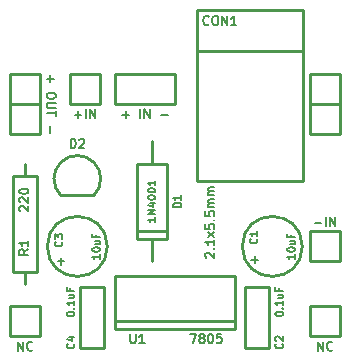
<source format=gto>
G04 (created by PCBNEW (22-Jun-2014 BZR 4027)-stable) date Sun 09 Jul 2017 03:17:53 PM CDT*
%MOIN*%
G04 Gerber Fmt 3.4, Leading zero omitted, Abs format*
%FSLAX34Y34*%
G01*
G70*
G90*
G04 APERTURE LIST*
%ADD10C,0.00590551*%
%ADD11C,0.006*%
%ADD12C,0.01*%
%ADD13C,0.005*%
G04 APERTURE END LIST*
G54D10*
G54D11*
X97342Y-41042D02*
X97342Y-41271D01*
X97228Y-41157D02*
X97457Y-41157D01*
X97528Y-41700D02*
X97528Y-41757D01*
X97514Y-41785D01*
X97485Y-41814D01*
X97428Y-41828D01*
X97328Y-41828D01*
X97271Y-41814D01*
X97242Y-41785D01*
X97228Y-41757D01*
X97228Y-41700D01*
X97242Y-41671D01*
X97271Y-41642D01*
X97328Y-41628D01*
X97428Y-41628D01*
X97485Y-41642D01*
X97514Y-41671D01*
X97528Y-41700D01*
X97528Y-41957D02*
X97285Y-41957D01*
X97257Y-41971D01*
X97242Y-41985D01*
X97228Y-42014D01*
X97228Y-42071D01*
X97242Y-42100D01*
X97257Y-42114D01*
X97285Y-42128D01*
X97528Y-42128D01*
X97528Y-42228D02*
X97528Y-42400D01*
X97228Y-42314D02*
X97528Y-42314D01*
X97342Y-42728D02*
X97342Y-42957D01*
X96264Y-50221D02*
X96264Y-49921D01*
X96435Y-50221D01*
X96435Y-49921D01*
X96750Y-50192D02*
X96735Y-50207D01*
X96692Y-50221D01*
X96664Y-50221D01*
X96621Y-50207D01*
X96592Y-50178D01*
X96578Y-50150D01*
X96564Y-50092D01*
X96564Y-50050D01*
X96578Y-49992D01*
X96592Y-49964D01*
X96621Y-49935D01*
X96664Y-49921D01*
X96692Y-49921D01*
X96735Y-49935D01*
X96750Y-49950D01*
X106264Y-50221D02*
X106264Y-49921D01*
X106435Y-50221D01*
X106435Y-49921D01*
X106750Y-50192D02*
X106735Y-50207D01*
X106692Y-50221D01*
X106664Y-50221D01*
X106621Y-50207D01*
X106592Y-50178D01*
X106578Y-50150D01*
X106564Y-50092D01*
X106564Y-50050D01*
X106578Y-49992D01*
X106592Y-49964D01*
X106621Y-49935D01*
X106664Y-49921D01*
X106692Y-49921D01*
X106735Y-49935D01*
X106750Y-49950D01*
X106157Y-45957D02*
X106385Y-45957D01*
X106528Y-46071D02*
X106528Y-45771D01*
X106671Y-46071D02*
X106671Y-45771D01*
X106842Y-46071D01*
X106842Y-45771D01*
X99742Y-42357D02*
X99971Y-42357D01*
X99857Y-42471D02*
X99857Y-42242D01*
X100342Y-42471D02*
X100342Y-42171D01*
X100485Y-42471D02*
X100485Y-42171D01*
X100657Y-42471D01*
X100657Y-42171D01*
X101028Y-42357D02*
X101257Y-42357D01*
X98157Y-42357D02*
X98385Y-42357D01*
X98271Y-42471D02*
X98271Y-42242D01*
X98528Y-42471D02*
X98528Y-42171D01*
X98671Y-42471D02*
X98671Y-42171D01*
X98842Y-42471D01*
X98842Y-42171D01*
G54D12*
X103500Y-49250D02*
X103500Y-49500D01*
X103500Y-49500D02*
X99500Y-49500D01*
X99500Y-49500D02*
X99500Y-49250D01*
X103500Y-47750D02*
X103500Y-49250D01*
X103500Y-49250D02*
X99500Y-49250D01*
X99500Y-49250D02*
X99500Y-47750D01*
X99500Y-47750D02*
X103500Y-47750D01*
X99500Y-41000D02*
X101500Y-41000D01*
X101500Y-41000D02*
X101500Y-42000D01*
X101500Y-42000D02*
X99500Y-42000D01*
X99500Y-42000D02*
X99500Y-41000D01*
X98000Y-42000D02*
X99000Y-42000D01*
X98000Y-41000D02*
X99000Y-41000D01*
X98000Y-42000D02*
X98000Y-41000D01*
X99000Y-41000D02*
X99000Y-42000D01*
X106000Y-47250D02*
X107000Y-47250D01*
X106000Y-46250D02*
X107000Y-46250D01*
X106000Y-47250D02*
X106000Y-46250D01*
X107000Y-46250D02*
X107000Y-47250D01*
X96000Y-42000D02*
X97000Y-42000D01*
X96000Y-41000D02*
X97000Y-41000D01*
X96000Y-42000D02*
X96000Y-41000D01*
X97000Y-41000D02*
X97000Y-42000D01*
X96000Y-43000D02*
X97000Y-43000D01*
X96000Y-42000D02*
X97000Y-42000D01*
X96000Y-43000D02*
X96000Y-42000D01*
X97000Y-42000D02*
X97000Y-43000D01*
X96000Y-49750D02*
X97000Y-49750D01*
X96000Y-48750D02*
X97000Y-48750D01*
X96000Y-49750D02*
X96000Y-48750D01*
X97000Y-48750D02*
X97000Y-49750D01*
X106000Y-49750D02*
X107000Y-49750D01*
X106000Y-48750D02*
X107000Y-48750D01*
X106000Y-49750D02*
X106000Y-48750D01*
X107000Y-48750D02*
X107000Y-49750D01*
X96500Y-48000D02*
X96500Y-47600D01*
X96500Y-47600D02*
X96100Y-47600D01*
X96100Y-47600D02*
X96100Y-44400D01*
X96100Y-44400D02*
X96900Y-44400D01*
X96900Y-44400D02*
X96900Y-47600D01*
X96900Y-47600D02*
X96500Y-47600D01*
X96500Y-44000D02*
X96500Y-44400D01*
X98801Y-45051D02*
X97698Y-45051D01*
X97698Y-43948D02*
G75*
G03X97698Y-45051I551J-551D01*
G74*
G01*
X98801Y-43948D02*
G75*
G03X97698Y-43948I-551J-551D01*
G74*
G01*
X98801Y-45051D02*
G75*
G03X98801Y-43948I-551J551D01*
G74*
G01*
X100750Y-43250D02*
X100750Y-44000D01*
X100750Y-46500D02*
X100750Y-47250D01*
X101250Y-46250D02*
X100250Y-46250D01*
X100250Y-44000D02*
X100250Y-46500D01*
X101250Y-44000D02*
X100250Y-44000D01*
X101250Y-46500D02*
X100250Y-46500D01*
X101250Y-44000D02*
X101250Y-46500D01*
X103850Y-48100D02*
X103850Y-50150D01*
X104650Y-48100D02*
X104650Y-50150D01*
X104650Y-50150D02*
X103850Y-50150D01*
X103850Y-48100D02*
X104650Y-48100D01*
X98350Y-48100D02*
X98350Y-50150D01*
X99150Y-48100D02*
X99150Y-50150D01*
X99150Y-50150D02*
X98350Y-50150D01*
X98350Y-48100D02*
X99150Y-48100D01*
X105772Y-40235D02*
X102228Y-40235D01*
X105772Y-38857D02*
X102228Y-38857D01*
X102228Y-38857D02*
X102228Y-44566D01*
X102228Y-44566D02*
X105772Y-44566D01*
X105772Y-44566D02*
X105772Y-38857D01*
X106000Y-42000D02*
X107000Y-42000D01*
X106000Y-41000D02*
X107000Y-41000D01*
X106000Y-42000D02*
X106000Y-41000D01*
X107000Y-41000D02*
X107000Y-42000D01*
X106000Y-43000D02*
X107000Y-43000D01*
X106000Y-42000D02*
X107000Y-42000D01*
X106000Y-43000D02*
X106000Y-42000D01*
X107000Y-42000D02*
X107000Y-43000D01*
X105750Y-46750D02*
G75*
G03X105750Y-46750I-1000J0D01*
G74*
G01*
X99250Y-46750D02*
G75*
G03X99250Y-46750I-1000J0D01*
G74*
G01*
G54D11*
X100021Y-49671D02*
X100021Y-49914D01*
X100035Y-49942D01*
X100050Y-49957D01*
X100078Y-49971D01*
X100135Y-49971D01*
X100164Y-49957D01*
X100178Y-49942D01*
X100192Y-49914D01*
X100192Y-49671D01*
X100492Y-49971D02*
X100321Y-49971D01*
X100407Y-49971D02*
X100407Y-49671D01*
X100378Y-49714D01*
X100350Y-49742D01*
X100321Y-49757D01*
X102021Y-49671D02*
X102221Y-49671D01*
X102092Y-49971D01*
X102378Y-49800D02*
X102350Y-49785D01*
X102335Y-49771D01*
X102321Y-49742D01*
X102321Y-49728D01*
X102335Y-49700D01*
X102350Y-49685D01*
X102378Y-49671D01*
X102435Y-49671D01*
X102464Y-49685D01*
X102478Y-49700D01*
X102492Y-49728D01*
X102492Y-49742D01*
X102478Y-49771D01*
X102464Y-49785D01*
X102435Y-49800D01*
X102378Y-49800D01*
X102350Y-49814D01*
X102335Y-49828D01*
X102321Y-49857D01*
X102321Y-49914D01*
X102335Y-49942D01*
X102350Y-49957D01*
X102378Y-49971D01*
X102435Y-49971D01*
X102464Y-49957D01*
X102478Y-49942D01*
X102492Y-49914D01*
X102492Y-49857D01*
X102478Y-49828D01*
X102464Y-49814D01*
X102435Y-49800D01*
X102678Y-49671D02*
X102707Y-49671D01*
X102735Y-49685D01*
X102750Y-49700D01*
X102764Y-49728D01*
X102778Y-49785D01*
X102778Y-49857D01*
X102764Y-49914D01*
X102750Y-49942D01*
X102735Y-49957D01*
X102707Y-49971D01*
X102678Y-49971D01*
X102650Y-49957D01*
X102635Y-49942D01*
X102621Y-49914D01*
X102607Y-49857D01*
X102607Y-49785D01*
X102621Y-49728D01*
X102635Y-49700D01*
X102650Y-49685D01*
X102678Y-49671D01*
X103050Y-49671D02*
X102907Y-49671D01*
X102892Y-49814D01*
X102907Y-49800D01*
X102935Y-49785D01*
X103007Y-49785D01*
X103035Y-49800D01*
X103050Y-49814D01*
X103064Y-49842D01*
X103064Y-49914D01*
X103050Y-49942D01*
X103035Y-49957D01*
X103007Y-49971D01*
X102935Y-49971D01*
X102907Y-49957D01*
X102892Y-49942D01*
X96621Y-46850D02*
X96478Y-46950D01*
X96621Y-47021D02*
X96321Y-47021D01*
X96321Y-46907D01*
X96335Y-46878D01*
X96350Y-46864D01*
X96378Y-46850D01*
X96421Y-46850D01*
X96450Y-46864D01*
X96464Y-46878D01*
X96478Y-46907D01*
X96478Y-47021D01*
X96621Y-46564D02*
X96621Y-46735D01*
X96621Y-46650D02*
X96321Y-46650D01*
X96364Y-46678D01*
X96392Y-46707D01*
X96407Y-46735D01*
X96350Y-45571D02*
X96335Y-45557D01*
X96321Y-45528D01*
X96321Y-45457D01*
X96335Y-45428D01*
X96350Y-45414D01*
X96378Y-45400D01*
X96407Y-45400D01*
X96450Y-45414D01*
X96621Y-45585D01*
X96621Y-45400D01*
X96350Y-45285D02*
X96335Y-45271D01*
X96321Y-45242D01*
X96321Y-45171D01*
X96335Y-45142D01*
X96350Y-45128D01*
X96378Y-45114D01*
X96407Y-45114D01*
X96450Y-45128D01*
X96621Y-45300D01*
X96621Y-45114D01*
X96321Y-44928D02*
X96321Y-44900D01*
X96335Y-44871D01*
X96350Y-44857D01*
X96378Y-44842D01*
X96435Y-44828D01*
X96507Y-44828D01*
X96564Y-44842D01*
X96592Y-44857D01*
X96607Y-44871D01*
X96621Y-44900D01*
X96621Y-44928D01*
X96607Y-44957D01*
X96592Y-44971D01*
X96564Y-44985D01*
X96507Y-45000D01*
X96435Y-45000D01*
X96378Y-44985D01*
X96350Y-44971D01*
X96335Y-44957D01*
X96321Y-44928D01*
X98028Y-43471D02*
X98028Y-43171D01*
X98100Y-43171D01*
X98142Y-43185D01*
X98171Y-43214D01*
X98185Y-43242D01*
X98200Y-43300D01*
X98200Y-43342D01*
X98185Y-43400D01*
X98171Y-43428D01*
X98142Y-43457D01*
X98100Y-43471D01*
X98028Y-43471D01*
X98314Y-43200D02*
X98328Y-43185D01*
X98357Y-43171D01*
X98428Y-43171D01*
X98457Y-43185D01*
X98471Y-43200D01*
X98485Y-43228D01*
X98485Y-43257D01*
X98471Y-43300D01*
X98300Y-43471D01*
X98485Y-43471D01*
G54D13*
X101701Y-45434D02*
X101451Y-45434D01*
X101451Y-45375D01*
X101463Y-45339D01*
X101486Y-45315D01*
X101510Y-45303D01*
X101558Y-45291D01*
X101594Y-45291D01*
X101641Y-45303D01*
X101665Y-45315D01*
X101689Y-45339D01*
X101701Y-45375D01*
X101701Y-45434D01*
X101701Y-45053D02*
X101701Y-45196D01*
X101701Y-45125D02*
X101451Y-45125D01*
X101486Y-45148D01*
X101510Y-45172D01*
X101522Y-45196D01*
X100851Y-45785D02*
X100851Y-45928D01*
X100851Y-45857D02*
X100601Y-45857D01*
X100636Y-45880D01*
X100660Y-45904D01*
X100672Y-45928D01*
X100851Y-45678D02*
X100601Y-45678D01*
X100851Y-45535D01*
X100601Y-45535D01*
X100684Y-45309D02*
X100851Y-45309D01*
X100589Y-45369D02*
X100767Y-45428D01*
X100767Y-45273D01*
X100601Y-45130D02*
X100601Y-45107D01*
X100613Y-45083D01*
X100625Y-45071D01*
X100648Y-45059D01*
X100696Y-45047D01*
X100755Y-45047D01*
X100803Y-45059D01*
X100827Y-45071D01*
X100839Y-45083D01*
X100851Y-45107D01*
X100851Y-45130D01*
X100839Y-45154D01*
X100827Y-45166D01*
X100803Y-45178D01*
X100755Y-45190D01*
X100696Y-45190D01*
X100648Y-45178D01*
X100625Y-45166D01*
X100613Y-45154D01*
X100601Y-45130D01*
X100601Y-44892D02*
X100601Y-44869D01*
X100613Y-44845D01*
X100625Y-44833D01*
X100648Y-44821D01*
X100696Y-44809D01*
X100755Y-44809D01*
X100803Y-44821D01*
X100827Y-44833D01*
X100839Y-44845D01*
X100851Y-44869D01*
X100851Y-44892D01*
X100839Y-44916D01*
X100827Y-44928D01*
X100803Y-44940D01*
X100755Y-44952D01*
X100696Y-44952D01*
X100648Y-44940D01*
X100625Y-44928D01*
X100613Y-44916D01*
X100601Y-44892D01*
X100851Y-44571D02*
X100851Y-44714D01*
X100851Y-44642D02*
X100601Y-44642D01*
X100636Y-44666D01*
X100660Y-44690D01*
X100672Y-44714D01*
X105077Y-49991D02*
X105089Y-50003D01*
X105101Y-50039D01*
X105101Y-50063D01*
X105089Y-50098D01*
X105065Y-50122D01*
X105041Y-50134D01*
X104994Y-50146D01*
X104958Y-50146D01*
X104910Y-50134D01*
X104886Y-50122D01*
X104863Y-50098D01*
X104851Y-50063D01*
X104851Y-50039D01*
X104863Y-50003D01*
X104875Y-49991D01*
X104875Y-49896D02*
X104863Y-49884D01*
X104851Y-49860D01*
X104851Y-49801D01*
X104863Y-49777D01*
X104875Y-49765D01*
X104898Y-49753D01*
X104922Y-49753D01*
X104958Y-49765D01*
X105101Y-49908D01*
X105101Y-49753D01*
X104851Y-49010D02*
X104851Y-48986D01*
X104863Y-48963D01*
X104875Y-48951D01*
X104898Y-48939D01*
X104946Y-48927D01*
X105005Y-48927D01*
X105053Y-48939D01*
X105077Y-48951D01*
X105089Y-48963D01*
X105101Y-48986D01*
X105101Y-49010D01*
X105089Y-49034D01*
X105077Y-49046D01*
X105053Y-49058D01*
X105005Y-49070D01*
X104946Y-49070D01*
X104898Y-49058D01*
X104875Y-49046D01*
X104863Y-49034D01*
X104851Y-49010D01*
X105077Y-48820D02*
X105089Y-48808D01*
X105101Y-48820D01*
X105089Y-48832D01*
X105077Y-48820D01*
X105101Y-48820D01*
X105101Y-48570D02*
X105101Y-48713D01*
X105101Y-48641D02*
X104851Y-48641D01*
X104886Y-48665D01*
X104910Y-48689D01*
X104922Y-48713D01*
X104934Y-48355D02*
X105101Y-48355D01*
X104934Y-48463D02*
X105065Y-48463D01*
X105089Y-48451D01*
X105101Y-48427D01*
X105101Y-48391D01*
X105089Y-48367D01*
X105077Y-48355D01*
X104970Y-48153D02*
X104970Y-48236D01*
X105101Y-48236D02*
X104851Y-48236D01*
X104851Y-48117D01*
X98127Y-49991D02*
X98139Y-50003D01*
X98151Y-50039D01*
X98151Y-50063D01*
X98139Y-50098D01*
X98115Y-50122D01*
X98091Y-50134D01*
X98044Y-50146D01*
X98008Y-50146D01*
X97960Y-50134D01*
X97936Y-50122D01*
X97913Y-50098D01*
X97901Y-50063D01*
X97901Y-50039D01*
X97913Y-50003D01*
X97925Y-49991D01*
X97984Y-49777D02*
X98151Y-49777D01*
X97889Y-49836D02*
X98067Y-49896D01*
X98067Y-49741D01*
X97901Y-49010D02*
X97901Y-48986D01*
X97913Y-48963D01*
X97925Y-48951D01*
X97948Y-48939D01*
X97996Y-48927D01*
X98055Y-48927D01*
X98103Y-48939D01*
X98127Y-48951D01*
X98139Y-48963D01*
X98151Y-48986D01*
X98151Y-49010D01*
X98139Y-49034D01*
X98127Y-49046D01*
X98103Y-49058D01*
X98055Y-49070D01*
X97996Y-49070D01*
X97948Y-49058D01*
X97925Y-49046D01*
X97913Y-49034D01*
X97901Y-49010D01*
X98127Y-48820D02*
X98139Y-48808D01*
X98151Y-48820D01*
X98139Y-48832D01*
X98127Y-48820D01*
X98151Y-48820D01*
X98151Y-48570D02*
X98151Y-48713D01*
X98151Y-48641D02*
X97901Y-48641D01*
X97936Y-48665D01*
X97960Y-48689D01*
X97972Y-48713D01*
X97984Y-48355D02*
X98151Y-48355D01*
X97984Y-48463D02*
X98115Y-48463D01*
X98139Y-48451D01*
X98151Y-48427D01*
X98151Y-48391D01*
X98139Y-48367D01*
X98127Y-48355D01*
X98020Y-48153D02*
X98020Y-48236D01*
X98151Y-48236D02*
X97901Y-48236D01*
X97901Y-48117D01*
G54D11*
X102635Y-39342D02*
X102621Y-39357D01*
X102578Y-39371D01*
X102550Y-39371D01*
X102507Y-39357D01*
X102478Y-39328D01*
X102464Y-39300D01*
X102450Y-39242D01*
X102450Y-39200D01*
X102464Y-39142D01*
X102478Y-39114D01*
X102507Y-39085D01*
X102550Y-39071D01*
X102578Y-39071D01*
X102621Y-39085D01*
X102635Y-39100D01*
X102821Y-39071D02*
X102878Y-39071D01*
X102907Y-39085D01*
X102935Y-39114D01*
X102950Y-39171D01*
X102950Y-39271D01*
X102935Y-39328D01*
X102907Y-39357D01*
X102878Y-39371D01*
X102821Y-39371D01*
X102792Y-39357D01*
X102764Y-39328D01*
X102750Y-39271D01*
X102750Y-39171D01*
X102764Y-39114D01*
X102792Y-39085D01*
X102821Y-39071D01*
X103078Y-39371D02*
X103078Y-39071D01*
X103250Y-39371D01*
X103250Y-39071D01*
X103550Y-39371D02*
X103378Y-39371D01*
X103464Y-39371D02*
X103464Y-39071D01*
X103435Y-39114D01*
X103407Y-39142D01*
X103378Y-39157D01*
X102550Y-47128D02*
X102535Y-47114D01*
X102521Y-47085D01*
X102521Y-47014D01*
X102535Y-46985D01*
X102550Y-46971D01*
X102578Y-46957D01*
X102607Y-46957D01*
X102650Y-46971D01*
X102821Y-47142D01*
X102821Y-46957D01*
X102792Y-46828D02*
X102807Y-46814D01*
X102821Y-46828D01*
X102807Y-46842D01*
X102792Y-46828D01*
X102821Y-46828D01*
X102821Y-46528D02*
X102821Y-46699D01*
X102821Y-46614D02*
X102521Y-46614D01*
X102564Y-46642D01*
X102592Y-46671D01*
X102607Y-46699D01*
X102821Y-46428D02*
X102621Y-46271D01*
X102621Y-46428D02*
X102821Y-46271D01*
X102521Y-46014D02*
X102521Y-46157D01*
X102664Y-46171D01*
X102650Y-46157D01*
X102635Y-46128D01*
X102635Y-46057D01*
X102650Y-46028D01*
X102664Y-46014D01*
X102692Y-46000D01*
X102764Y-46000D01*
X102792Y-46014D01*
X102807Y-46028D01*
X102821Y-46057D01*
X102821Y-46128D01*
X102807Y-46157D01*
X102792Y-46171D01*
X102792Y-45871D02*
X102807Y-45857D01*
X102821Y-45871D01*
X102807Y-45885D01*
X102792Y-45871D01*
X102821Y-45871D01*
X102521Y-45585D02*
X102521Y-45728D01*
X102664Y-45742D01*
X102650Y-45728D01*
X102635Y-45700D01*
X102635Y-45628D01*
X102650Y-45600D01*
X102664Y-45585D01*
X102692Y-45571D01*
X102764Y-45571D01*
X102792Y-45585D01*
X102807Y-45600D01*
X102821Y-45628D01*
X102821Y-45700D01*
X102807Y-45728D01*
X102792Y-45742D01*
X102821Y-45442D02*
X102621Y-45442D01*
X102650Y-45442D02*
X102635Y-45428D01*
X102621Y-45400D01*
X102621Y-45357D01*
X102635Y-45328D01*
X102664Y-45314D01*
X102821Y-45314D01*
X102664Y-45314D02*
X102635Y-45300D01*
X102621Y-45271D01*
X102621Y-45228D01*
X102635Y-45200D01*
X102664Y-45185D01*
X102821Y-45185D01*
X102821Y-45042D02*
X102621Y-45042D01*
X102650Y-45042D02*
X102635Y-45028D01*
X102621Y-45000D01*
X102621Y-44957D01*
X102635Y-44928D01*
X102664Y-44914D01*
X102821Y-44914D01*
X102664Y-44914D02*
X102635Y-44900D01*
X102621Y-44871D01*
X102621Y-44828D01*
X102635Y-44800D01*
X102664Y-44785D01*
X102821Y-44785D01*
G54D13*
X104227Y-46491D02*
X104239Y-46503D01*
X104251Y-46539D01*
X104251Y-46563D01*
X104239Y-46598D01*
X104215Y-46622D01*
X104191Y-46634D01*
X104144Y-46646D01*
X104108Y-46646D01*
X104060Y-46634D01*
X104036Y-46622D01*
X104013Y-46598D01*
X104001Y-46563D01*
X104001Y-46539D01*
X104013Y-46503D01*
X104025Y-46491D01*
X104251Y-46253D02*
X104251Y-46396D01*
X104251Y-46325D02*
X104001Y-46325D01*
X104036Y-46348D01*
X104060Y-46372D01*
X104072Y-46396D01*
X105501Y-47017D02*
X105501Y-47160D01*
X105501Y-47089D02*
X105251Y-47089D01*
X105286Y-47113D01*
X105310Y-47136D01*
X105322Y-47160D01*
X105251Y-46863D02*
X105251Y-46839D01*
X105263Y-46815D01*
X105275Y-46803D01*
X105298Y-46791D01*
X105346Y-46779D01*
X105405Y-46779D01*
X105453Y-46791D01*
X105477Y-46803D01*
X105489Y-46815D01*
X105501Y-46839D01*
X105501Y-46863D01*
X105489Y-46886D01*
X105477Y-46898D01*
X105453Y-46910D01*
X105405Y-46922D01*
X105346Y-46922D01*
X105298Y-46910D01*
X105275Y-46898D01*
X105263Y-46886D01*
X105251Y-46863D01*
X105334Y-46565D02*
X105501Y-46565D01*
X105334Y-46672D02*
X105465Y-46672D01*
X105489Y-46660D01*
X105501Y-46636D01*
X105501Y-46601D01*
X105489Y-46577D01*
X105477Y-46565D01*
X105370Y-46363D02*
X105370Y-46446D01*
X105501Y-46446D02*
X105251Y-46446D01*
X105251Y-46327D01*
G54D11*
X104157Y-47314D02*
X104157Y-47085D01*
X104271Y-47200D02*
X104042Y-47200D01*
G54D13*
X97727Y-46591D02*
X97739Y-46603D01*
X97751Y-46639D01*
X97751Y-46663D01*
X97739Y-46698D01*
X97715Y-46722D01*
X97691Y-46734D01*
X97644Y-46746D01*
X97608Y-46746D01*
X97560Y-46734D01*
X97536Y-46722D01*
X97513Y-46698D01*
X97501Y-46663D01*
X97501Y-46639D01*
X97513Y-46603D01*
X97525Y-46591D01*
X97501Y-46508D02*
X97501Y-46353D01*
X97596Y-46436D01*
X97596Y-46401D01*
X97608Y-46377D01*
X97620Y-46365D01*
X97644Y-46353D01*
X97703Y-46353D01*
X97727Y-46365D01*
X97739Y-46377D01*
X97751Y-46401D01*
X97751Y-46472D01*
X97739Y-46496D01*
X97727Y-46508D01*
X99001Y-47017D02*
X99001Y-47160D01*
X99001Y-47089D02*
X98751Y-47089D01*
X98786Y-47113D01*
X98810Y-47136D01*
X98822Y-47160D01*
X98751Y-46863D02*
X98751Y-46839D01*
X98763Y-46815D01*
X98775Y-46803D01*
X98798Y-46791D01*
X98846Y-46779D01*
X98905Y-46779D01*
X98953Y-46791D01*
X98977Y-46803D01*
X98989Y-46815D01*
X99001Y-46839D01*
X99001Y-46863D01*
X98989Y-46886D01*
X98977Y-46898D01*
X98953Y-46910D01*
X98905Y-46922D01*
X98846Y-46922D01*
X98798Y-46910D01*
X98775Y-46898D01*
X98763Y-46886D01*
X98751Y-46863D01*
X98834Y-46565D02*
X99001Y-46565D01*
X98834Y-46672D02*
X98965Y-46672D01*
X98989Y-46660D01*
X99001Y-46636D01*
X99001Y-46601D01*
X98989Y-46577D01*
X98977Y-46565D01*
X98870Y-46363D02*
X98870Y-46446D01*
X99001Y-46446D02*
X98751Y-46446D01*
X98751Y-46327D01*
G54D11*
X97707Y-47364D02*
X97707Y-47135D01*
X97821Y-47250D02*
X97592Y-47250D01*
M02*

</source>
